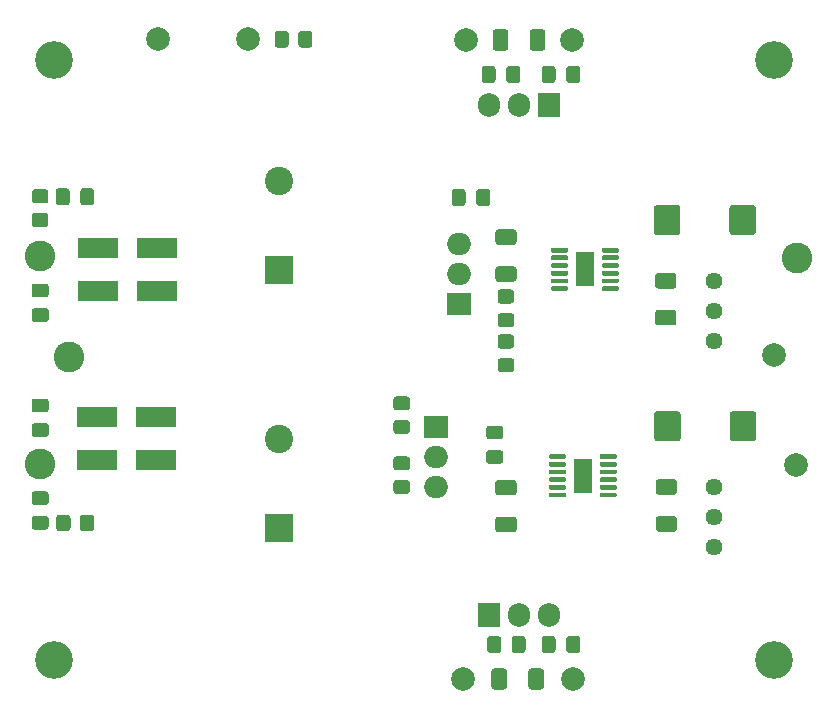
<source format=gbr>
G04 #@! TF.GenerationSoftware,KiCad,Pcbnew,(5.1.10-1-10_14)*
G04 #@! TF.CreationDate,2021-09-15T13:52:24+02:00*
G04 #@! TF.ProjectId,lv-lownoise-psu,6c762d6c-6f77-46e6-9f69-73652d707375,rev?*
G04 #@! TF.SameCoordinates,Original*
G04 #@! TF.FileFunction,Soldermask,Top*
G04 #@! TF.FilePolarity,Negative*
%FSLAX46Y46*%
G04 Gerber Fmt 4.6, Leading zero omitted, Abs format (unit mm)*
G04 Created by KiCad (PCBNEW (5.1.10-1-10_14)) date 2021-09-15 13:52:24*
%MOMM*%
%LPD*%
G01*
G04 APERTURE LIST*
%ADD10C,2.000000*%
%ADD11O,2.000000X1.905000*%
%ADD12R,2.000000X1.905000*%
%ADD13O,1.905000X2.000000*%
%ADD14R,1.905000X2.000000*%
%ADD15R,3.500000X1.800000*%
%ADD16R,1.650000X2.850000*%
%ADD17C,2.400000*%
%ADD18R,2.400000X2.400000*%
%ADD19C,1.440000*%
%ADD20C,2.600000*%
%ADD21C,3.200000*%
G04 APERTURE END LIST*
D10*
X119761000Y-85471000D03*
X129032000Y-85471000D03*
X128968500Y-31369000D03*
X120015000Y-31369000D03*
X93916500Y-31305500D03*
X101536500Y-31305500D03*
X147955000Y-67310000D03*
X146113500Y-58039000D03*
G36*
G01*
X114103999Y-68615000D02*
X115004001Y-68615000D01*
G75*
G02*
X115254000Y-68864999I0J-249999D01*
G01*
X115254000Y-69565001D01*
G75*
G02*
X115004001Y-69815000I-249999J0D01*
G01*
X114103999Y-69815000D01*
G75*
G02*
X113854000Y-69565001I0J249999D01*
G01*
X113854000Y-68864999D01*
G75*
G02*
X114103999Y-68615000I249999J0D01*
G01*
G37*
G36*
G01*
X114103999Y-66615000D02*
X115004001Y-66615000D01*
G75*
G02*
X115254000Y-66864999I0J-249999D01*
G01*
X115254000Y-67565001D01*
G75*
G02*
X115004001Y-67815000I-249999J0D01*
G01*
X114103999Y-67815000D01*
G75*
G02*
X113854000Y-67565001I0J249999D01*
G01*
X113854000Y-66864999D01*
G75*
G02*
X114103999Y-66615000I249999J0D01*
G01*
G37*
G36*
G01*
X114103999Y-63535000D02*
X115004001Y-63535000D01*
G75*
G02*
X115254000Y-63784999I0J-249999D01*
G01*
X115254000Y-64485001D01*
G75*
G02*
X115004001Y-64735000I-249999J0D01*
G01*
X114103999Y-64735000D01*
G75*
G02*
X113854000Y-64485001I0J249999D01*
G01*
X113854000Y-63784999D01*
G75*
G02*
X114103999Y-63535000I249999J0D01*
G01*
G37*
G36*
G01*
X114103999Y-61535000D02*
X115004001Y-61535000D01*
G75*
G02*
X115254000Y-61784999I0J-249999D01*
G01*
X115254000Y-62485001D01*
G75*
G02*
X115004001Y-62735000I-249999J0D01*
G01*
X114103999Y-62735000D01*
G75*
G02*
X113854000Y-62485001I0J249999D01*
G01*
X113854000Y-61784999D01*
G75*
G02*
X114103999Y-61535000I249999J0D01*
G01*
G37*
D11*
X117475000Y-69215000D03*
X117475000Y-66675000D03*
D12*
X117475000Y-64135000D03*
D11*
X119380000Y-48641000D03*
X119380000Y-51181000D03*
D12*
X119380000Y-53721000D03*
G36*
G01*
X122930499Y-58296000D02*
X123830501Y-58296000D01*
G75*
G02*
X124080500Y-58545999I0J-249999D01*
G01*
X124080500Y-59246001D01*
G75*
G02*
X123830501Y-59496000I-249999J0D01*
G01*
X122930499Y-59496000D01*
G75*
G02*
X122680500Y-59246001I0J249999D01*
G01*
X122680500Y-58545999D01*
G75*
G02*
X122930499Y-58296000I249999J0D01*
G01*
G37*
G36*
G01*
X122930499Y-56296000D02*
X123830501Y-56296000D01*
G75*
G02*
X124080500Y-56545999I0J-249999D01*
G01*
X124080500Y-57246001D01*
G75*
G02*
X123830501Y-57496000I-249999J0D01*
G01*
X122930499Y-57496000D01*
G75*
G02*
X122680500Y-57246001I0J249999D01*
G01*
X122680500Y-56545999D01*
G75*
G02*
X122930499Y-56296000I249999J0D01*
G01*
G37*
G36*
G01*
X122930499Y-54486000D02*
X123830501Y-54486000D01*
G75*
G02*
X124080500Y-54735999I0J-249999D01*
G01*
X124080500Y-55436001D01*
G75*
G02*
X123830501Y-55686000I-249999J0D01*
G01*
X122930499Y-55686000D01*
G75*
G02*
X122680500Y-55436001I0J249999D01*
G01*
X122680500Y-54735999D01*
G75*
G02*
X122930499Y-54486000I249999J0D01*
G01*
G37*
G36*
G01*
X122930499Y-52486000D02*
X123830501Y-52486000D01*
G75*
G02*
X124080500Y-52735999I0J-249999D01*
G01*
X124080500Y-53436001D01*
G75*
G02*
X123830501Y-53686000I-249999J0D01*
G01*
X122930499Y-53686000D01*
G75*
G02*
X122680500Y-53436001I0J249999D01*
G01*
X122680500Y-52735999D01*
G75*
G02*
X122930499Y-52486000I249999J0D01*
G01*
G37*
G36*
G01*
X123471500Y-84820998D02*
X123471500Y-86121002D01*
G75*
G02*
X123221502Y-86371000I-249998J0D01*
G01*
X122396498Y-86371000D01*
G75*
G02*
X122146500Y-86121002I0J249998D01*
G01*
X122146500Y-84820998D01*
G75*
G02*
X122396498Y-84571000I249998J0D01*
G01*
X123221502Y-84571000D01*
G75*
G02*
X123471500Y-84820998I0J-249998D01*
G01*
G37*
G36*
G01*
X126596500Y-84820998D02*
X126596500Y-86121002D01*
G75*
G02*
X126346502Y-86371000I-249998J0D01*
G01*
X125521498Y-86371000D01*
G75*
G02*
X125271500Y-86121002I0J249998D01*
G01*
X125271500Y-84820998D01*
G75*
G02*
X125521498Y-84571000I249998J0D01*
G01*
X126346502Y-84571000D01*
G75*
G02*
X126596500Y-84820998I0J-249998D01*
G01*
G37*
G36*
G01*
X125385000Y-32019002D02*
X125385000Y-30718998D01*
G75*
G02*
X125634998Y-30469000I249998J0D01*
G01*
X126460002Y-30469000D01*
G75*
G02*
X126710000Y-30718998I0J-249998D01*
G01*
X126710000Y-32019002D01*
G75*
G02*
X126460002Y-32269000I-249998J0D01*
G01*
X125634998Y-32269000D01*
G75*
G02*
X125385000Y-32019002I0J249998D01*
G01*
G37*
G36*
G01*
X122260000Y-32019002D02*
X122260000Y-30718998D01*
G75*
G02*
X122509998Y-30469000I249998J0D01*
G01*
X123335002Y-30469000D01*
G75*
G02*
X123585000Y-30718998I0J-249998D01*
G01*
X123585000Y-32019002D01*
G75*
G02*
X123335002Y-32269000I-249998J0D01*
G01*
X122509998Y-32269000D01*
G75*
G02*
X122260000Y-32019002I0J249998D01*
G01*
G37*
G36*
G01*
X123407500Y-34765000D02*
X123407500Y-33815000D01*
G75*
G02*
X123657500Y-33565000I250000J0D01*
G01*
X124332500Y-33565000D01*
G75*
G02*
X124582500Y-33815000I0J-250000D01*
G01*
X124582500Y-34765000D01*
G75*
G02*
X124332500Y-35015000I-250000J0D01*
G01*
X123657500Y-35015000D01*
G75*
G02*
X123407500Y-34765000I0J250000D01*
G01*
G37*
G36*
G01*
X121332500Y-34765000D02*
X121332500Y-33815000D01*
G75*
G02*
X121582500Y-33565000I250000J0D01*
G01*
X122257500Y-33565000D01*
G75*
G02*
X122507500Y-33815000I0J-250000D01*
G01*
X122507500Y-34765000D01*
G75*
G02*
X122257500Y-35015000I-250000J0D01*
G01*
X121582500Y-35015000D01*
G75*
G02*
X121332500Y-34765000I0J250000D01*
G01*
G37*
G36*
G01*
X83496999Y-46009000D02*
X84397001Y-46009000D01*
G75*
G02*
X84647000Y-46258999I0J-249999D01*
G01*
X84647000Y-46959001D01*
G75*
G02*
X84397001Y-47209000I-249999J0D01*
G01*
X83496999Y-47209000D01*
G75*
G02*
X83247000Y-46959001I0J249999D01*
G01*
X83247000Y-46258999D01*
G75*
G02*
X83496999Y-46009000I249999J0D01*
G01*
G37*
G36*
G01*
X83496999Y-44009000D02*
X84397001Y-44009000D01*
G75*
G02*
X84647000Y-44258999I0J-249999D01*
G01*
X84647000Y-44959001D01*
G75*
G02*
X84397001Y-45209000I-249999J0D01*
G01*
X83496999Y-45209000D01*
G75*
G02*
X83247000Y-44959001I0J249999D01*
G01*
X83247000Y-44258999D01*
G75*
G02*
X83496999Y-44009000I249999J0D01*
G01*
G37*
G36*
G01*
X87315500Y-72713001D02*
X87315500Y-71812999D01*
G75*
G02*
X87565499Y-71563000I249999J0D01*
G01*
X88265501Y-71563000D01*
G75*
G02*
X88515500Y-71812999I0J-249999D01*
G01*
X88515500Y-72713001D01*
G75*
G02*
X88265501Y-72963000I-249999J0D01*
G01*
X87565499Y-72963000D01*
G75*
G02*
X87315500Y-72713001I0J249999D01*
G01*
G37*
G36*
G01*
X85315500Y-72713001D02*
X85315500Y-71812999D01*
G75*
G02*
X85565499Y-71563000I249999J0D01*
G01*
X86265501Y-71563000D01*
G75*
G02*
X86515500Y-71812999I0J-249999D01*
G01*
X86515500Y-72713001D01*
G75*
G02*
X86265501Y-72963000I-249999J0D01*
G01*
X85565499Y-72963000D01*
G75*
G02*
X85315500Y-72713001I0J249999D01*
G01*
G37*
G36*
G01*
X137619502Y-69877500D02*
X136319498Y-69877500D01*
G75*
G02*
X136069500Y-69627502I0J249998D01*
G01*
X136069500Y-68802498D01*
G75*
G02*
X136319498Y-68552500I249998J0D01*
G01*
X137619502Y-68552500D01*
G75*
G02*
X137869500Y-68802498I0J-249998D01*
G01*
X137869500Y-69627502D01*
G75*
G02*
X137619502Y-69877500I-249998J0D01*
G01*
G37*
G36*
G01*
X137619502Y-73002500D02*
X136319498Y-73002500D01*
G75*
G02*
X136069500Y-72752502I0J249998D01*
G01*
X136069500Y-71927498D01*
G75*
G02*
X136319498Y-71677500I249998J0D01*
G01*
X137619502Y-71677500D01*
G75*
G02*
X137869500Y-71927498I0J-249998D01*
G01*
X137869500Y-72752502D01*
G75*
G02*
X137619502Y-73002500I-249998J0D01*
G01*
G37*
G36*
G01*
X136255998Y-54215000D02*
X137556002Y-54215000D01*
G75*
G02*
X137806000Y-54464998I0J-249998D01*
G01*
X137806000Y-55290002D01*
G75*
G02*
X137556002Y-55540000I-249998J0D01*
G01*
X136255998Y-55540000D01*
G75*
G02*
X136006000Y-55290002I0J249998D01*
G01*
X136006000Y-54464998D01*
G75*
G02*
X136255998Y-54215000I249998J0D01*
G01*
G37*
G36*
G01*
X136255998Y-51090000D02*
X137556002Y-51090000D01*
G75*
G02*
X137806000Y-51339998I0J-249998D01*
G01*
X137806000Y-52165002D01*
G75*
G02*
X137556002Y-52415000I-249998J0D01*
G01*
X136255998Y-52415000D01*
G75*
G02*
X136006000Y-52165002I0J249998D01*
G01*
X136006000Y-51339998D01*
G75*
G02*
X136255998Y-51090000I249998J0D01*
G01*
G37*
G36*
G01*
X124030502Y-69927500D02*
X122730498Y-69927500D01*
G75*
G02*
X122480500Y-69677502I0J249998D01*
G01*
X122480500Y-68852498D01*
G75*
G02*
X122730498Y-68602500I249998J0D01*
G01*
X124030502Y-68602500D01*
G75*
G02*
X124280500Y-68852498I0J-249998D01*
G01*
X124280500Y-69677502D01*
G75*
G02*
X124030502Y-69927500I-249998J0D01*
G01*
G37*
G36*
G01*
X124030502Y-73052500D02*
X122730498Y-73052500D01*
G75*
G02*
X122480500Y-72802502I0J249998D01*
G01*
X122480500Y-71977498D01*
G75*
G02*
X122730498Y-71727500I249998J0D01*
G01*
X124030502Y-71727500D01*
G75*
G02*
X124280500Y-71977498I0J-249998D01*
G01*
X124280500Y-72802502D01*
G75*
G02*
X124030502Y-73052500I-249998J0D01*
G01*
G37*
G36*
G01*
X124030502Y-48718500D02*
X122730498Y-48718500D01*
G75*
G02*
X122480500Y-48468502I0J249998D01*
G01*
X122480500Y-47643498D01*
G75*
G02*
X122730498Y-47393500I249998J0D01*
G01*
X124030502Y-47393500D01*
G75*
G02*
X124280500Y-47643498I0J-249998D01*
G01*
X124280500Y-48468502D01*
G75*
G02*
X124030502Y-48718500I-249998J0D01*
G01*
G37*
G36*
G01*
X124030502Y-51843500D02*
X122730498Y-51843500D01*
G75*
G02*
X122480500Y-51593502I0J249998D01*
G01*
X122480500Y-50768498D01*
G75*
G02*
X122730498Y-50518500I249998J0D01*
G01*
X124030502Y-50518500D01*
G75*
G02*
X124280500Y-50768498I0J-249998D01*
G01*
X124280500Y-51593502D01*
G75*
G02*
X124030502Y-51843500I-249998J0D01*
G01*
G37*
G36*
G01*
X121953000Y-66087500D02*
X122903000Y-66087500D01*
G75*
G02*
X123153000Y-66337500I0J-250000D01*
G01*
X123153000Y-67012500D01*
G75*
G02*
X122903000Y-67262500I-250000J0D01*
G01*
X121953000Y-67262500D01*
G75*
G02*
X121703000Y-67012500I0J250000D01*
G01*
X121703000Y-66337500D01*
G75*
G02*
X121953000Y-66087500I250000J0D01*
G01*
G37*
G36*
G01*
X121953000Y-64012500D02*
X122903000Y-64012500D01*
G75*
G02*
X123153000Y-64262500I0J-250000D01*
G01*
X123153000Y-64937500D01*
G75*
G02*
X122903000Y-65187500I-250000J0D01*
G01*
X121953000Y-65187500D01*
G75*
G02*
X121703000Y-64937500I0J250000D01*
G01*
X121703000Y-64262500D01*
G75*
G02*
X121953000Y-64012500I250000J0D01*
G01*
G37*
G36*
G01*
X120867500Y-45179000D02*
X120867500Y-44229000D01*
G75*
G02*
X121117500Y-43979000I250000J0D01*
G01*
X121792500Y-43979000D01*
G75*
G02*
X122042500Y-44229000I0J-250000D01*
G01*
X122042500Y-45179000D01*
G75*
G02*
X121792500Y-45429000I-250000J0D01*
G01*
X121117500Y-45429000D01*
G75*
G02*
X120867500Y-45179000I0J250000D01*
G01*
G37*
G36*
G01*
X118792500Y-45179000D02*
X118792500Y-44229000D01*
G75*
G02*
X119042500Y-43979000I250000J0D01*
G01*
X119717500Y-43979000D01*
G75*
G02*
X119967500Y-44229000I0J-250000D01*
G01*
X119967500Y-45179000D01*
G75*
G02*
X119717500Y-45429000I-250000J0D01*
G01*
X119042500Y-45429000D01*
G75*
G02*
X118792500Y-45179000I0J250000D01*
G01*
G37*
G36*
G01*
X86439500Y-44165500D02*
X86439500Y-45115500D01*
G75*
G02*
X86189500Y-45365500I-250000J0D01*
G01*
X85514500Y-45365500D01*
G75*
G02*
X85264500Y-45115500I0J250000D01*
G01*
X85264500Y-44165500D01*
G75*
G02*
X85514500Y-43915500I250000J0D01*
G01*
X86189500Y-43915500D01*
G75*
G02*
X86439500Y-44165500I0J-250000D01*
G01*
G37*
G36*
G01*
X88514500Y-44165500D02*
X88514500Y-45115500D01*
G75*
G02*
X88264500Y-45365500I-250000J0D01*
G01*
X87589500Y-45365500D01*
G75*
G02*
X87339500Y-45115500I0J250000D01*
G01*
X87339500Y-44165500D01*
G75*
G02*
X87589500Y-43915500I250000J0D01*
G01*
X88264500Y-43915500D01*
G75*
G02*
X88514500Y-44165500I0J-250000D01*
G01*
G37*
G36*
G01*
X83472000Y-71655000D02*
X84422000Y-71655000D01*
G75*
G02*
X84672000Y-71905000I0J-250000D01*
G01*
X84672000Y-72580000D01*
G75*
G02*
X84422000Y-72830000I-250000J0D01*
G01*
X83472000Y-72830000D01*
G75*
G02*
X83222000Y-72580000I0J250000D01*
G01*
X83222000Y-71905000D01*
G75*
G02*
X83472000Y-71655000I250000J0D01*
G01*
G37*
G36*
G01*
X83472000Y-69580000D02*
X84422000Y-69580000D01*
G75*
G02*
X84672000Y-69830000I0J-250000D01*
G01*
X84672000Y-70505000D01*
G75*
G02*
X84422000Y-70755000I-250000J0D01*
G01*
X83472000Y-70755000D01*
G75*
G02*
X83222000Y-70505000I0J250000D01*
G01*
X83222000Y-69830000D01*
G75*
G02*
X83472000Y-69580000I250000J0D01*
G01*
G37*
G36*
G01*
X84422000Y-53165500D02*
X83472000Y-53165500D01*
G75*
G02*
X83222000Y-52915500I0J250000D01*
G01*
X83222000Y-52240500D01*
G75*
G02*
X83472000Y-51990500I250000J0D01*
G01*
X84422000Y-51990500D01*
G75*
G02*
X84672000Y-52240500I0J-250000D01*
G01*
X84672000Y-52915500D01*
G75*
G02*
X84422000Y-53165500I-250000J0D01*
G01*
G37*
G36*
G01*
X84422000Y-55240500D02*
X83472000Y-55240500D01*
G75*
G02*
X83222000Y-54990500I0J250000D01*
G01*
X83222000Y-54315500D01*
G75*
G02*
X83472000Y-54065500I250000J0D01*
G01*
X84422000Y-54065500D01*
G75*
G02*
X84672000Y-54315500I0J-250000D01*
G01*
X84672000Y-54990500D01*
G75*
G02*
X84422000Y-55240500I-250000J0D01*
G01*
G37*
G36*
G01*
X84422000Y-62901500D02*
X83472000Y-62901500D01*
G75*
G02*
X83222000Y-62651500I0J250000D01*
G01*
X83222000Y-61976500D01*
G75*
G02*
X83472000Y-61726500I250000J0D01*
G01*
X84422000Y-61726500D01*
G75*
G02*
X84672000Y-61976500I0J-250000D01*
G01*
X84672000Y-62651500D01*
G75*
G02*
X84422000Y-62901500I-250000J0D01*
G01*
G37*
G36*
G01*
X84422000Y-64976500D02*
X83472000Y-64976500D01*
G75*
G02*
X83222000Y-64726500I0J250000D01*
G01*
X83222000Y-64051500D01*
G75*
G02*
X83472000Y-63801500I250000J0D01*
G01*
X84422000Y-63801500D01*
G75*
G02*
X84672000Y-64051500I0J-250000D01*
G01*
X84672000Y-64726500D01*
G75*
G02*
X84422000Y-64976500I-250000J0D01*
G01*
G37*
G36*
G01*
X138171500Y-63046499D02*
X138171500Y-65096501D01*
G75*
G02*
X137921501Y-65346500I-249999J0D01*
G01*
X136171499Y-65346500D01*
G75*
G02*
X135921500Y-65096501I0J249999D01*
G01*
X135921500Y-63046499D01*
G75*
G02*
X136171499Y-62796500I249999J0D01*
G01*
X137921501Y-62796500D01*
G75*
G02*
X138171500Y-63046499I0J-249999D01*
G01*
G37*
G36*
G01*
X144571500Y-63046499D02*
X144571500Y-65096501D01*
G75*
G02*
X144321501Y-65346500I-249999J0D01*
G01*
X142571499Y-65346500D01*
G75*
G02*
X142321500Y-65096501I0J249999D01*
G01*
X142321500Y-63046499D01*
G75*
G02*
X142571499Y-62796500I249999J0D01*
G01*
X144321501Y-62796500D01*
G75*
G02*
X144571500Y-63046499I0J-249999D01*
G01*
G37*
G36*
G01*
X142308000Y-47634001D02*
X142308000Y-45583999D01*
G75*
G02*
X142557999Y-45334000I249999J0D01*
G01*
X144308001Y-45334000D01*
G75*
G02*
X144558000Y-45583999I0J-249999D01*
G01*
X144558000Y-47634001D01*
G75*
G02*
X144308001Y-47884000I-249999J0D01*
G01*
X142557999Y-47884000D01*
G75*
G02*
X142308000Y-47634001I0J249999D01*
G01*
G37*
G36*
G01*
X135908000Y-47634001D02*
X135908000Y-45583999D01*
G75*
G02*
X136157999Y-45334000I249999J0D01*
G01*
X137908001Y-45334000D01*
G75*
G02*
X138158000Y-45583999I0J-249999D01*
G01*
X138158000Y-47634001D01*
G75*
G02*
X137908001Y-47884000I-249999J0D01*
G01*
X136157999Y-47884000D01*
G75*
G02*
X135908000Y-47634001I0J249999D01*
G01*
G37*
D13*
X127000000Y-80010000D03*
X124460000Y-80010000D03*
D14*
X121920000Y-80010000D03*
D13*
X121920000Y-36830000D03*
X124460000Y-36830000D03*
D14*
X127000000Y-36830000D03*
D15*
X88827600Y-52578000D03*
X93827600Y-52578000D03*
X88827600Y-48971200D03*
X93827600Y-48971200D03*
X93726000Y-63296800D03*
X88726000Y-63296800D03*
X93726000Y-66954400D03*
X88726000Y-66954400D03*
D16*
X129886600Y-68261900D03*
G36*
G01*
X131311600Y-66736900D02*
X131311600Y-66536900D01*
G75*
G02*
X131411600Y-66436900I100000J0D01*
G01*
X132661600Y-66436900D01*
G75*
G02*
X132761600Y-66536900I0J-100000D01*
G01*
X132761600Y-66736900D01*
G75*
G02*
X132661600Y-66836900I-100000J0D01*
G01*
X131411600Y-66836900D01*
G75*
G02*
X131311600Y-66736900I0J100000D01*
G01*
G37*
G36*
G01*
X131311600Y-67386900D02*
X131311600Y-67186900D01*
G75*
G02*
X131411600Y-67086900I100000J0D01*
G01*
X132661600Y-67086900D01*
G75*
G02*
X132761600Y-67186900I0J-100000D01*
G01*
X132761600Y-67386900D01*
G75*
G02*
X132661600Y-67486900I-100000J0D01*
G01*
X131411600Y-67486900D01*
G75*
G02*
X131311600Y-67386900I0J100000D01*
G01*
G37*
G36*
G01*
X131311600Y-68036900D02*
X131311600Y-67836900D01*
G75*
G02*
X131411600Y-67736900I100000J0D01*
G01*
X132661600Y-67736900D01*
G75*
G02*
X132761600Y-67836900I0J-100000D01*
G01*
X132761600Y-68036900D01*
G75*
G02*
X132661600Y-68136900I-100000J0D01*
G01*
X131411600Y-68136900D01*
G75*
G02*
X131311600Y-68036900I0J100000D01*
G01*
G37*
G36*
G01*
X131311600Y-68686900D02*
X131311600Y-68486900D01*
G75*
G02*
X131411600Y-68386900I100000J0D01*
G01*
X132661600Y-68386900D01*
G75*
G02*
X132761600Y-68486900I0J-100000D01*
G01*
X132761600Y-68686900D01*
G75*
G02*
X132661600Y-68786900I-100000J0D01*
G01*
X131411600Y-68786900D01*
G75*
G02*
X131311600Y-68686900I0J100000D01*
G01*
G37*
G36*
G01*
X131311600Y-69336900D02*
X131311600Y-69136900D01*
G75*
G02*
X131411600Y-69036900I100000J0D01*
G01*
X132661600Y-69036900D01*
G75*
G02*
X132761600Y-69136900I0J-100000D01*
G01*
X132761600Y-69336900D01*
G75*
G02*
X132661600Y-69436900I-100000J0D01*
G01*
X131411600Y-69436900D01*
G75*
G02*
X131311600Y-69336900I0J100000D01*
G01*
G37*
G36*
G01*
X131311600Y-69986900D02*
X131311600Y-69786900D01*
G75*
G02*
X131411600Y-69686900I100000J0D01*
G01*
X132661600Y-69686900D01*
G75*
G02*
X132761600Y-69786900I0J-100000D01*
G01*
X132761600Y-69986900D01*
G75*
G02*
X132661600Y-70086900I-100000J0D01*
G01*
X131411600Y-70086900D01*
G75*
G02*
X131311600Y-69986900I0J100000D01*
G01*
G37*
G36*
G01*
X127011600Y-69986900D02*
X127011600Y-69786900D01*
G75*
G02*
X127111600Y-69686900I100000J0D01*
G01*
X128361600Y-69686900D01*
G75*
G02*
X128461600Y-69786900I0J-100000D01*
G01*
X128461600Y-69986900D01*
G75*
G02*
X128361600Y-70086900I-100000J0D01*
G01*
X127111600Y-70086900D01*
G75*
G02*
X127011600Y-69986900I0J100000D01*
G01*
G37*
G36*
G01*
X127011600Y-69336900D02*
X127011600Y-69136900D01*
G75*
G02*
X127111600Y-69036900I100000J0D01*
G01*
X128361600Y-69036900D01*
G75*
G02*
X128461600Y-69136900I0J-100000D01*
G01*
X128461600Y-69336900D01*
G75*
G02*
X128361600Y-69436900I-100000J0D01*
G01*
X127111600Y-69436900D01*
G75*
G02*
X127011600Y-69336900I0J100000D01*
G01*
G37*
G36*
G01*
X127011600Y-68686900D02*
X127011600Y-68486900D01*
G75*
G02*
X127111600Y-68386900I100000J0D01*
G01*
X128361600Y-68386900D01*
G75*
G02*
X128461600Y-68486900I0J-100000D01*
G01*
X128461600Y-68686900D01*
G75*
G02*
X128361600Y-68786900I-100000J0D01*
G01*
X127111600Y-68786900D01*
G75*
G02*
X127011600Y-68686900I0J100000D01*
G01*
G37*
G36*
G01*
X127011600Y-68036900D02*
X127011600Y-67836900D01*
G75*
G02*
X127111600Y-67736900I100000J0D01*
G01*
X128361600Y-67736900D01*
G75*
G02*
X128461600Y-67836900I0J-100000D01*
G01*
X128461600Y-68036900D01*
G75*
G02*
X128361600Y-68136900I-100000J0D01*
G01*
X127111600Y-68136900D01*
G75*
G02*
X127011600Y-68036900I0J100000D01*
G01*
G37*
G36*
G01*
X127011600Y-67386900D02*
X127011600Y-67186900D01*
G75*
G02*
X127111600Y-67086900I100000J0D01*
G01*
X128361600Y-67086900D01*
G75*
G02*
X128461600Y-67186900I0J-100000D01*
G01*
X128461600Y-67386900D01*
G75*
G02*
X128361600Y-67486900I-100000J0D01*
G01*
X127111600Y-67486900D01*
G75*
G02*
X127011600Y-67386900I0J100000D01*
G01*
G37*
G36*
G01*
X127011600Y-66736900D02*
X127011600Y-66536900D01*
G75*
G02*
X127111600Y-66436900I100000J0D01*
G01*
X128361600Y-66436900D01*
G75*
G02*
X128461600Y-66536900I0J-100000D01*
G01*
X128461600Y-66736900D01*
G75*
G02*
X128361600Y-66836900I-100000J0D01*
G01*
X127111600Y-66836900D01*
G75*
G02*
X127011600Y-66736900I0J100000D01*
G01*
G37*
D17*
X104140000Y-65151000D03*
D18*
X104140000Y-72651000D03*
D17*
X104140000Y-43300000D03*
D18*
X104140000Y-50800000D03*
G36*
G01*
X105794000Y-31755501D02*
X105794000Y-30855499D01*
G75*
G02*
X106043999Y-30605500I249999J0D01*
G01*
X106744001Y-30605500D01*
G75*
G02*
X106994000Y-30855499I0J-249999D01*
G01*
X106994000Y-31755501D01*
G75*
G02*
X106744001Y-32005500I-249999J0D01*
G01*
X106043999Y-32005500D01*
G75*
G02*
X105794000Y-31755501I0J249999D01*
G01*
G37*
G36*
G01*
X103794000Y-31755501D02*
X103794000Y-30855499D01*
G75*
G02*
X104043999Y-30605500I249999J0D01*
G01*
X104744001Y-30605500D01*
G75*
G02*
X104994000Y-30855499I0J-249999D01*
G01*
X104994000Y-31755501D01*
G75*
G02*
X104744001Y-32005500I-249999J0D01*
G01*
X104043999Y-32005500D01*
G75*
G02*
X103794000Y-31755501I0J249999D01*
G01*
G37*
G36*
G01*
X127587500Y-82075000D02*
X127587500Y-83025000D01*
G75*
G02*
X127337500Y-83275000I-250000J0D01*
G01*
X126662500Y-83275000D01*
G75*
G02*
X126412500Y-83025000I0J250000D01*
G01*
X126412500Y-82075000D01*
G75*
G02*
X126662500Y-81825000I250000J0D01*
G01*
X127337500Y-81825000D01*
G75*
G02*
X127587500Y-82075000I0J-250000D01*
G01*
G37*
G36*
G01*
X129662500Y-82075000D02*
X129662500Y-83025000D01*
G75*
G02*
X129412500Y-83275000I-250000J0D01*
G01*
X128737500Y-83275000D01*
G75*
G02*
X128487500Y-83025000I0J250000D01*
G01*
X128487500Y-82075000D01*
G75*
G02*
X128737500Y-81825000I250000J0D01*
G01*
X129412500Y-81825000D01*
G75*
G02*
X129662500Y-82075000I0J-250000D01*
G01*
G37*
G36*
G01*
X123872500Y-83025000D02*
X123872500Y-82075000D01*
G75*
G02*
X124122500Y-81825000I250000J0D01*
G01*
X124797500Y-81825000D01*
G75*
G02*
X125047500Y-82075000I0J-250000D01*
G01*
X125047500Y-83025000D01*
G75*
G02*
X124797500Y-83275000I-250000J0D01*
G01*
X124122500Y-83275000D01*
G75*
G02*
X123872500Y-83025000I0J250000D01*
G01*
G37*
G36*
G01*
X121797500Y-83025000D02*
X121797500Y-82075000D01*
G75*
G02*
X122047500Y-81825000I250000J0D01*
G01*
X122722500Y-81825000D01*
G75*
G02*
X122972500Y-82075000I0J-250000D01*
G01*
X122972500Y-83025000D01*
G75*
G02*
X122722500Y-83275000I-250000J0D01*
G01*
X122047500Y-83275000D01*
G75*
G02*
X121797500Y-83025000I0J250000D01*
G01*
G37*
G36*
G01*
X128487500Y-34765000D02*
X128487500Y-33815000D01*
G75*
G02*
X128737500Y-33565000I250000J0D01*
G01*
X129412500Y-33565000D01*
G75*
G02*
X129662500Y-33815000I0J-250000D01*
G01*
X129662500Y-34765000D01*
G75*
G02*
X129412500Y-35015000I-250000J0D01*
G01*
X128737500Y-35015000D01*
G75*
G02*
X128487500Y-34765000I0J250000D01*
G01*
G37*
G36*
G01*
X126412500Y-34765000D02*
X126412500Y-33815000D01*
G75*
G02*
X126662500Y-33565000I250000J0D01*
G01*
X127337500Y-33565000D01*
G75*
G02*
X127587500Y-33815000I0J-250000D01*
G01*
X127587500Y-34765000D01*
G75*
G02*
X127337500Y-35015000I-250000J0D01*
G01*
X126662500Y-35015000D01*
G75*
G02*
X126412500Y-34765000I0J250000D01*
G01*
G37*
D19*
X140970000Y-74295000D03*
X140970000Y-71755000D03*
X140970000Y-69215000D03*
D16*
X130064400Y-50787900D03*
G36*
G01*
X131489400Y-49262900D02*
X131489400Y-49062900D01*
G75*
G02*
X131589400Y-48962900I100000J0D01*
G01*
X132839400Y-48962900D01*
G75*
G02*
X132939400Y-49062900I0J-100000D01*
G01*
X132939400Y-49262900D01*
G75*
G02*
X132839400Y-49362900I-100000J0D01*
G01*
X131589400Y-49362900D01*
G75*
G02*
X131489400Y-49262900I0J100000D01*
G01*
G37*
G36*
G01*
X131489400Y-49912900D02*
X131489400Y-49712900D01*
G75*
G02*
X131589400Y-49612900I100000J0D01*
G01*
X132839400Y-49612900D01*
G75*
G02*
X132939400Y-49712900I0J-100000D01*
G01*
X132939400Y-49912900D01*
G75*
G02*
X132839400Y-50012900I-100000J0D01*
G01*
X131589400Y-50012900D01*
G75*
G02*
X131489400Y-49912900I0J100000D01*
G01*
G37*
G36*
G01*
X131489400Y-50562900D02*
X131489400Y-50362900D01*
G75*
G02*
X131589400Y-50262900I100000J0D01*
G01*
X132839400Y-50262900D01*
G75*
G02*
X132939400Y-50362900I0J-100000D01*
G01*
X132939400Y-50562900D01*
G75*
G02*
X132839400Y-50662900I-100000J0D01*
G01*
X131589400Y-50662900D01*
G75*
G02*
X131489400Y-50562900I0J100000D01*
G01*
G37*
G36*
G01*
X131489400Y-51212900D02*
X131489400Y-51012900D01*
G75*
G02*
X131589400Y-50912900I100000J0D01*
G01*
X132839400Y-50912900D01*
G75*
G02*
X132939400Y-51012900I0J-100000D01*
G01*
X132939400Y-51212900D01*
G75*
G02*
X132839400Y-51312900I-100000J0D01*
G01*
X131589400Y-51312900D01*
G75*
G02*
X131489400Y-51212900I0J100000D01*
G01*
G37*
G36*
G01*
X131489400Y-51862900D02*
X131489400Y-51662900D01*
G75*
G02*
X131589400Y-51562900I100000J0D01*
G01*
X132839400Y-51562900D01*
G75*
G02*
X132939400Y-51662900I0J-100000D01*
G01*
X132939400Y-51862900D01*
G75*
G02*
X132839400Y-51962900I-100000J0D01*
G01*
X131589400Y-51962900D01*
G75*
G02*
X131489400Y-51862900I0J100000D01*
G01*
G37*
G36*
G01*
X131489400Y-52512900D02*
X131489400Y-52312900D01*
G75*
G02*
X131589400Y-52212900I100000J0D01*
G01*
X132839400Y-52212900D01*
G75*
G02*
X132939400Y-52312900I0J-100000D01*
G01*
X132939400Y-52512900D01*
G75*
G02*
X132839400Y-52612900I-100000J0D01*
G01*
X131589400Y-52612900D01*
G75*
G02*
X131489400Y-52512900I0J100000D01*
G01*
G37*
G36*
G01*
X127189400Y-52512900D02*
X127189400Y-52312900D01*
G75*
G02*
X127289400Y-52212900I100000J0D01*
G01*
X128539400Y-52212900D01*
G75*
G02*
X128639400Y-52312900I0J-100000D01*
G01*
X128639400Y-52512900D01*
G75*
G02*
X128539400Y-52612900I-100000J0D01*
G01*
X127289400Y-52612900D01*
G75*
G02*
X127189400Y-52512900I0J100000D01*
G01*
G37*
G36*
G01*
X127189400Y-51862900D02*
X127189400Y-51662900D01*
G75*
G02*
X127289400Y-51562900I100000J0D01*
G01*
X128539400Y-51562900D01*
G75*
G02*
X128639400Y-51662900I0J-100000D01*
G01*
X128639400Y-51862900D01*
G75*
G02*
X128539400Y-51962900I-100000J0D01*
G01*
X127289400Y-51962900D01*
G75*
G02*
X127189400Y-51862900I0J100000D01*
G01*
G37*
G36*
G01*
X127189400Y-51212900D02*
X127189400Y-51012900D01*
G75*
G02*
X127289400Y-50912900I100000J0D01*
G01*
X128539400Y-50912900D01*
G75*
G02*
X128639400Y-51012900I0J-100000D01*
G01*
X128639400Y-51212900D01*
G75*
G02*
X128539400Y-51312900I-100000J0D01*
G01*
X127289400Y-51312900D01*
G75*
G02*
X127189400Y-51212900I0J100000D01*
G01*
G37*
G36*
G01*
X127189400Y-50562900D02*
X127189400Y-50362900D01*
G75*
G02*
X127289400Y-50262900I100000J0D01*
G01*
X128539400Y-50262900D01*
G75*
G02*
X128639400Y-50362900I0J-100000D01*
G01*
X128639400Y-50562900D01*
G75*
G02*
X128539400Y-50662900I-100000J0D01*
G01*
X127289400Y-50662900D01*
G75*
G02*
X127189400Y-50562900I0J100000D01*
G01*
G37*
G36*
G01*
X127189400Y-49912900D02*
X127189400Y-49712900D01*
G75*
G02*
X127289400Y-49612900I100000J0D01*
G01*
X128539400Y-49612900D01*
G75*
G02*
X128639400Y-49712900I0J-100000D01*
G01*
X128639400Y-49912900D01*
G75*
G02*
X128539400Y-50012900I-100000J0D01*
G01*
X127289400Y-50012900D01*
G75*
G02*
X127189400Y-49912900I0J100000D01*
G01*
G37*
G36*
G01*
X127189400Y-49262900D02*
X127189400Y-49062900D01*
G75*
G02*
X127289400Y-48962900I100000J0D01*
G01*
X128539400Y-48962900D01*
G75*
G02*
X128639400Y-49062900I0J-100000D01*
G01*
X128639400Y-49262900D01*
G75*
G02*
X128539400Y-49362900I-100000J0D01*
G01*
X127289400Y-49362900D01*
G75*
G02*
X127189400Y-49262900I0J100000D01*
G01*
G37*
D19*
X140970000Y-56832500D03*
X140970000Y-54292500D03*
X140970000Y-51752500D03*
D20*
X148018500Y-49784000D03*
X83921600Y-49631600D03*
X86360000Y-58166000D03*
X83972400Y-67259200D03*
D21*
X146050000Y-33020000D03*
X146050000Y-83820000D03*
X85090000Y-83820000D03*
X85090000Y-33020000D03*
M02*

</source>
